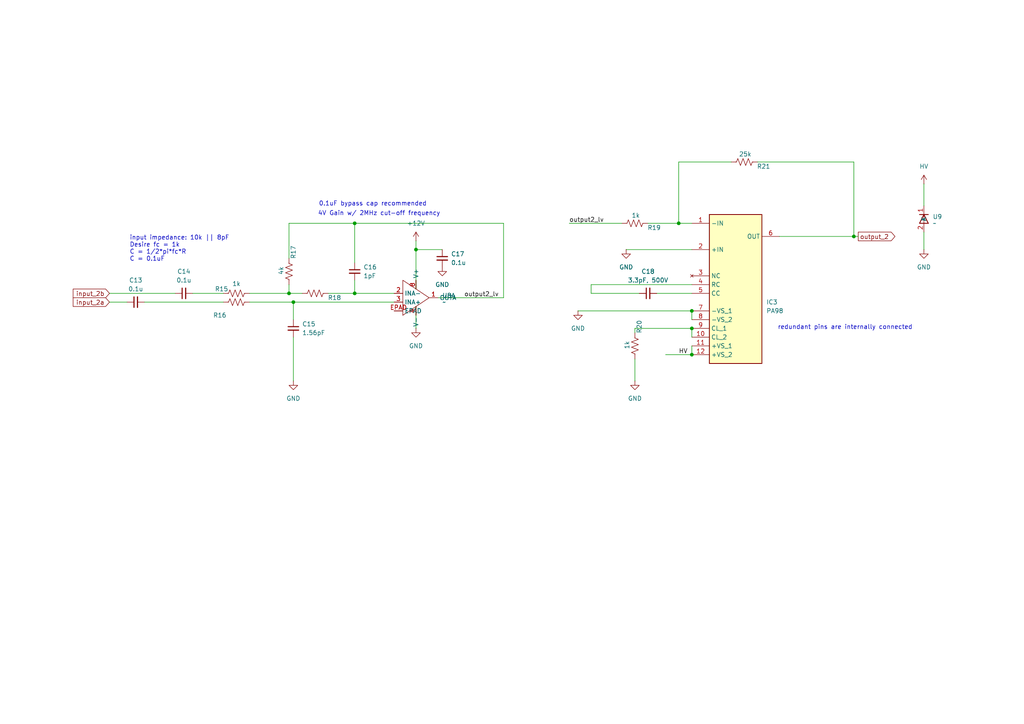
<source format=kicad_sch>
(kicad_sch (version 20231120) (generator "eeschema") (generator_version "8.0")
  (paper "A4")
  (lib_symbols
    (symbol "Device:C_Small" (pin_numbers hide) (pin_names (offset 0.254) hide)
      (property "Reference" "C" (at 0.254 1.778 0))
      (property "Value" "C_Small" (at 0.254 -2.032 0))
      (symbol "C_Small_0_1"
        (polyline (pts (xy -1.524 -0.508) (xy 1.524 -0.508)) (stroke (width 0.3302)))
        (polyline (pts (xy -1.524 0.508) (xy 1.524 0.508)) (stroke (width 0.3048)))
      )
      (symbol "C_Small_1_1"
        (pin passive line (at 0 2.54 270) (length 2.032) (name "~") (number "1"))
        (pin passive line (at 0 -2.54 90) (length 2.032) (name "~") (number "2"))
      )
    )
    (symbol "Device:R_US" (pin_numbers hide) (pin_names (offset 0))
      (property "Reference" "R" (at 2.54 0 90))
      (property "Value" "R_US" (at -2.54 0 90))
      (symbol "R_US_0_1"
        (polyline (pts (xy 0 -2.286) (xy 0 -2.54)))
        (polyline (pts (xy 0 2.286) (xy 0 2.54)))
        (polyline (pts (xy 0 -0.762) (xy 1.016 -1.143) (xy 0 -1.524) (xy -1.016 -1.905) (xy 0 -2.286)))
        (polyline (pts (xy 0 0.762) (xy 1.016 0.381) (xy 0 0) (xy -1.016 -0.381) (xy 0 -0.762)))
        (polyline (pts (xy 0 2.286) (xy 1.016 1.905) (xy 0 1.524) (xy -1.016 1.143) (xy 0 0.762)))
      )
      (symbol "R_US_1_1"
        (pin passive line (at 0 3.81 270) (length 1.27) (name "~") (number "1"))
        (pin passive line (at 0 -3.81 90) (length 1.27) (name "~") (number "2"))
      )
    )
    (symbol "_PHASE:OPA221A_2UNITS"
      (property "Reference" "U" (at -1.016 -1.524 0))
      (symbol "OPA221A_2UNITS_1_1"
        (polyline (pts (xy 0 0) (xy 0 10.16) (xy 7.62 5.08) (xy 0 0)))
        (pin input line (at 7.62 5.08 0) (length 2.54) (name "OUTA") (number "1"))
        (pin input line (at -2.54 6.35 0) (length 2.54) (name "INA-") (number "2"))
        (pin input line (at -2.54 3.81 0) (length 2.54) (name "INA+") (number "3"))
        (pin power_in line (at 3.81 2.54 270) (length 2.54) (name "V-") (number "4"))
        (pin power_in line (at 3.81 7.62 90) (length 2.54) (name "V+") (number "8"))
        (pin power_in line (at -2.54 1.27 0) (length 2.54) (name "EPAD") (number "EPAD"))
      )
      (symbol "OPA221A_2UNITS_2_1"
        (polyline (pts (xy 0 0) (xy 0 10.16) (xy 7.62 5.08) (xy 0 0)))
        (pin input line (at -2.54 3.81 0) (length 2.54) (name "INB+") (number "5"))
        (pin input line (at -2.54 6.35 0) (length 2.54) (name "INB-") (number "6"))
        (pin input line (at 7.62 5.08 0) (length 2.54) (name "OUTB") (number "7"))
      )
    )
    (symbol "_PHASE:PA98"
      (property "Reference" "IC" (at 21.59 -5.08 0))
      (property "Value" "PA98" (at 21.59 -7.62 0))
      (symbol "PA98_1_1"
        (rectangle (start 5.08 12.7) (end 20.32 -30.48) (stroke (width 0.254)) (fill (type background)))
        (pin passive line (at 0 10.16 0) (length 5.08) (name "-IN") (number "1"))
        (pin passive line (at 0 -22.86 0) (length 5.08) (name "CL_2") (number "10"))
        (pin passive line (at 0 -25.4 0) (length 5.08) (name "+VS_1") (number "11"))
        (pin passive line (at 0 -27.94 0) (length 5.08) (name "+VS_2") (number "12"))
        (pin passive line (at 0 2.54 0) (length 5.08) (name "+IN") (number "2"))
        (pin no_connect line (at 0 -5.08 0) (length 5.08) (name "NC") (number "3"))
        (pin passive line (at 0 -7.62 0) (length 5.08) (name "RC") (number "4"))
        (pin passive line (at 0 -10.16 0) (length 5.08) (name "CC") (number "5"))
        (pin passive line (at 25.4 6.35 180) (length 5.08) (name "OUT") (number "6"))
        (pin passive line (at 0 -15.24 0) (length 5.08) (name "-VS_1") (number "7"))
        (pin passive line (at 0 -17.78 0) (length 5.08) (name "-VS_2") (number "8"))
        (pin passive line (at 0 -20.32 0) (length 5.08) (name "CL_1") (number "9"))
      )
    )
    (symbol "_PHASE:SMCJ150A-13-F"
      (property "Reference" "U" (at 0 0 0))
      (symbol "SMCJ150A-13-F_0_1"
        (polyline (pts (xy 1.27 3.81) (xy 1.27 1.27)) (stroke (width 0.254)))
        (polyline (pts (xy 3.81 2.54) (xy 1.27 2.54)))
        (polyline (pts (xy 3.81 3.81) (xy 3.81 1.27) (xy 1.27 2.54) (xy 3.81 3.81)) (stroke (width 0.254)))
      )
      (symbol "SMCJ150A-13-F_1_1"
        (pin passive line (at -1.27 2.54 0) (length 2.54) (name "K") (number "1"))
        (pin passive line (at 6.35 2.54 180) (length 2.54) (name "A") (number "2"))
      )
    )
    (symbol "power:+12V" (power) (pin_numbers hide) (pin_names (offset 0) hide)
      (property "Value" "+12V" (at 0 3.556 0))
      (symbol "+12V_0_1"
        (polyline (pts (xy -0.762 1.27) (xy 0 2.54)))
        (polyline (pts (xy 0 0) (xy 0 2.54)))
        (polyline (pts (xy 0 2.54) (xy 0.762 1.27)))
      )
      (symbol "+12V_1_1"
        (pin power_in line (at 0 0 90) (length 0) (name "~") (number "1"))
      )
    )
    (symbol "power:GND" (power) (pin_numbers hide) (pin_names (offset 0) hide)
      (property "Value" "GND" (at 0 -3.81 0))
      (symbol "GND_0_1"
        (polyline (pts (xy 0 0) (xy 0 -1.27) (xy 1.27 -1.27) (xy 0 -2.54) (xy -1.27 -1.27) (xy 0 -1.27)))
      )
      (symbol "GND_1_1"
        (pin power_in line (at 0 0 270) (length 0) (name "~") (number "1"))
      )
    )
  )
  (junction (at 102.87 85.09))
  (junction (at 247.65 68.58))
  (junction (at 102.87 64.77))
  (junction (at 200.66 102.87))
  (junction (at 120.65 72.39))
  (junction (at 200.66 95.25))
  (junction (at 83.82 85.09))
  (junction (at 196.85 64.77))
  (junction (at 85.09 87.63))
  (junction (at 200.66 90.17))
  (wire (pts (xy 83.82 82.55) (xy 83.82 85.09)))
  (wire (pts (xy 200.66 95.25) (xy 184.15 95.25)))
  (wire (pts (xy 120.65 72.39) (xy 120.65 69.85)))
  (wire (pts (xy 267.97 67.31) (xy 267.97 72.39)))
  (wire (pts (xy 200.66 95.25) (xy 200.66 97.79)))
  (wire (pts (xy 85.09 87.63) (xy 85.09 92.71)))
  (wire (pts (xy 171.45 85.09) (xy 171.45 82.55)))
  (wire (pts (xy 120.65 72.39) (xy 128.27 72.39)))
  (wire (pts (xy 72.39 87.63) (xy 85.09 87.63)))
  (wire (pts (xy 226.06 68.58) (xy 247.65 68.58)))
  (wire (pts (xy 187.96 64.77) (xy 196.85 64.77)))
  (wire (pts (xy 120.65 88.9) (xy 120.65 95.25)))
  (wire (pts (xy 31.75 87.63) (xy 36.83 87.63)))
  (wire (pts (xy 196.85 64.77) (xy 200.66 64.77)))
  (wire (pts (xy 83.82 85.09) (xy 87.63 85.09)))
  (wire (pts (xy 247.65 68.58) (xy 248.92 68.58)))
  (wire (pts (xy 165.1 64.77) (xy 180.34 64.77)))
  (wire (pts (xy 85.09 87.63) (xy 114.3 87.63)))
  (wire (pts (xy 171.45 82.55) (xy 200.66 82.55)))
  (wire (pts (xy 200.66 90.17) (xy 200.66 92.71)))
  (wire (pts (xy 219.71 46.99) (xy 247.65 46.99)))
  (wire (pts (xy 102.87 64.77) (xy 102.87 76.2)))
  (wire (pts (xy 124.46 86.36) (xy 146.05 86.36)))
  (wire (pts (xy 83.82 64.77) (xy 102.87 64.77)))
  (wire (pts (xy 102.87 85.09) (xy 95.25 85.09)))
  (wire (pts (xy 181.61 72.39) (xy 200.66 72.39)))
  (wire (pts (xy 102.87 81.28) (xy 102.87 85.09)))
  (wire (pts (xy 114.3 85.09) (xy 102.87 85.09)))
  (wire (pts (xy 120.65 83.82) (xy 120.65 72.39)))
  (wire (pts (xy 184.15 104.14) (xy 184.15 110.49)))
  (wire (pts (xy 31.75 85.09) (xy 50.8 85.09)))
  (wire (pts (xy 41.91 87.63) (xy 64.77 87.63)))
  (wire (pts (xy 83.82 64.77) (xy 83.82 74.93)))
  (wire (pts (xy 193.04 102.87) (xy 200.66 102.87)))
  (wire (pts (xy 72.39 85.09) (xy 83.82 85.09)))
  (wire (pts (xy 184.15 95.25) (xy 184.15 96.52)))
  (wire (pts (xy 200.66 100.33) (xy 200.66 102.87)))
  (wire (pts (xy 185.42 85.09) (xy 171.45 85.09)))
  (wire (pts (xy 146.05 64.77) (xy 146.05 86.36)))
  (wire (pts (xy 190.5 85.09) (xy 200.66 85.09)))
  (wire (pts (xy 85.09 97.79) (xy 85.09 110.49)))
  (wire (pts (xy 247.65 68.58) (xy 247.65 46.99)))
  (wire (pts (xy 102.87 64.77) (xy 146.05 64.77)))
  (wire (pts (xy 167.64 90.17) (xy 200.66 90.17)))
  (wire (pts (xy 196.85 46.99) (xy 196.85 64.77)))
  (wire (pts (xy 267.97 53.34) (xy 267.97 59.69)))
  (wire (pts (xy 212.09 46.99) (xy 196.85 46.99)))
  (wire (pts (xy 55.88 85.09) (xy 64.77 85.09)))
  (text "4V Gain w/ 2MHz cut-off frequency" (at 92.202 61.976 0) (effects (font (size 1.27 1.27)) (justify left)))
  (text "0.1uF bypass cap recommended\n" (at 92.456 59.182 0) (effects (font (size 1.27 1.27)) (justify left)))
  (text "redundant pins are internally connected" (at 225.552 94.996 0) (effects (font (size 1.27 1.27)) (justify left)))
  (text "input impedance: 10k || 8pF\nDesire fc = 1k\nC = 1/2*pi*fc*R\nC = 0.1uF" (at 37.592 72.136 0) (effects (font (size 1.27 1.27)) (justify left)))
  (label "output2_lv" (at 134.62 86.36 0))
  (label "HV" (at 196.85 102.87 0))
  (label "output2_lv" (at 165.1 64.77 0))
  (global_label "output_2" (shape output) (at 248.92 68.58 0) (property "Intersheetrefs" "${INTERSHEET_REFS}" (effects (hide yes))))
  (global_label "input_2b" (shape input) (at 31.75 85.09 180) (property "Intersheetrefs" "${INTERSHEET_REFS}" (effects (hide yes))))
  (global_label "input_2a" (shape input) (at 31.75 87.63 180) (property "Intersheetrefs" "${INTERSHEET_REFS}" (effects (hide yes))))
  (symbol (lib_id "power:+12V") (at 267.97 53.34 0) (unit 1)
    (property "Reference" "#PWR015" (effects (hide yes)))
    (property "Value" "HV" (at 267.97 48.26 0))
    (property "Description" "Power symbol creates a global label with name \"+12V\"" (effects (hide yes)))
  )
  (symbol (lib_id "_PHASE:SMCJ150A-13-F") (at 265.43 60.96 270) (unit 1)
    (property "Reference" "U9" (at 270.51 62.8649 90) (effects (justify left)))
    (property "Value" "~" (at 270.51 64.77 90) (effects (justify left)))
    (property "Footprint" "726_footprints:SMCJ150A-13-F" (effects (hide yes)))
  )
  (symbol (lib_id "Device:R_US") (at 184.15 64.77 270) (unit 1)
    (property "Reference" "R19" (at 189.738 66.04 90))
    (property "Value" "1k" (at 184.404 62.484 90))
    (property "Footprint" "Resistor_SMD:R_0603_1608Metric" (effects (hide yes)))
    (property "Description" "Resistor, US symbol" (effects (hide yes)))
  )
  (symbol (lib_id "power:GND") (at 128.27 77.47 0) (unit 1)
    (property "Reference" "#PWR038" (effects (hide yes)))
    (property "Value" "GND" (at 128.27 82.55 0))
    (property "Description" "Power symbol creates a global label with name \"GND\" , ground" (effects (hide yes)))
  )
  (symbol (lib_id "Device:C_Small") (at 53.34 85.09 90) (unit 1)
    (property "Reference" "C14" (at 53.3463 78.74 90))
    (property "Value" "0.1u" (at 53.3463 81.28 90))
    (property "Footprint" "Capacitor_SMD:C_0603_1608Metric" (effects (hide yes)))
    (property "Description" "Unpolarized capacitor, small symbol" (effects (hide yes)))
  )
  (symbol (lib_id "Device:R_US") (at 68.58 85.09 270) (unit 1)
    (property "Reference" "R15" (at 64.262 83.82 90))
    (property "Value" "1k" (at 68.58 82.296 90))
    (property "Footprint" "Resistor_SMD:R_0603_1608Metric" (effects (hide yes)))
    (property "Description" "Resistor, US symbol" (effects (hide yes)))
  )
  (symbol (lib_id "power:GND") (at 85.09 110.49 0) (unit 1)
    (property "Reference" "#PWR028" (effects (hide yes)))
    (property "Value" "GND" (at 85.09 115.57 0))
    (property "Description" "Power symbol creates a global label with name \"GND\" , ground" (effects (hide yes)))
  )
  (symbol (lib_id "power:GND") (at 181.61 72.39 0) (unit 1)
    (property "Reference" "#PWR041" (effects (hide yes)))
    (property "Value" "GND" (at 181.61 77.47 0))
    (property "Description" "Power symbol creates a global label with name \"GND\" , ground" (effects (hide yes)))
  )
  (symbol (lib_id "Device:R_US") (at 91.44 85.09 270) (unit 1)
    (property "Reference" "R18" (at 97.028 86.36 90))
    (property "Value" "R_US" (effects (hide yes)))
    (property "Footprint" "Resistor_SMD:R_0603_1608Metric" (effects (hide yes)))
    (property "Description" "Resistor, US symbol" (effects (hide yes)))
  )
  (symbol (lib_id "Device:R_US") (at 184.15 100.33 0) (unit 1)
    (property "Reference" "R20" (at 185.42 94.742 90))
    (property "Value" "1k" (at 181.864 100.076 90))
    (property "Footprint" "Resistor_SMD:R_0603_1608Metric" (effects (hide yes)))
    (property "Description" "Resistor, US symbol" (effects (hide yes)))
  )
  (symbol (lib_id "power:+12V") (at 120.65 69.85 0) (unit 1)
    (property "Reference" "#PWR014" (effects (hide yes)))
    (property "Value" "+12V" (at 120.65 64.77 0))
    (property "Description" "Power symbol creates a global label with name \"+12V\"" (effects (hide yes)))
  )
  (symbol (lib_id "_PHASE:PA98") (at 200.66 74.93 0) (unit 1)
    (property "Reference" "IC3" (at 222.25 87.6299 0) (effects (justify left)))
    (property "Value" "PA98" (at 222.25 90.1699 0) (effects (justify left)))
    (property "Footprint" "726_footprints:PA98" (effects (hide yes)))
    (property "Datasheet" "https://www.apexanalog.com/resources/products/pa98u.pdf" (effects (hide yes)))
    (property "Description" "The PA98 is a 450V power operational amplifier with a very high 1,000V/s slew rate targeted at high voltage applications including instrumentation, piezoelectric transducers and electrostatic transducers and deflection. Output voltages can swing up to +/-215V on dual supplies, and up to +440V single supply. This MOSFET power amplifier also features a very high 30 kHz of power bandwidth and is designed for output currents up to 200mA.  The PA98A is the A grade version that provides enhanced performance in the" (effects (hide yes)))
    (property "Height" "22.73" (effects (hide yes)))
    (property "Mouser Part Number" "137-PA98" (effects (hide yes)))
    (property "Mouser Price/Stock" "https://www.mouser.co.uk/ProductDetail/Apex-Microtechnology/PA98?qs=TiOZkKH1s2TTpVjzmo9Xsg%3D%3D" (effects (hide yes)))
    (property "Manufacturer_Name" "Apex Microtechnology" (effects (hide yes)))
    (property "Manufacturer_Part_Number" "PA98" (effects (hide yes)))
  )
  (symbol (lib_id "power:GND") (at 267.97 72.39 0) (unit 1)
    (property "Reference" "#PWR042" (effects (hide yes)))
    (property "Value" "GND" (at 267.97 77.47 0))
    (property "Description" "Power symbol creates a global label with name \"GND\" , ground" (effects (hide yes)))
  )
  (symbol (lib_id "Device:C_Small") (at 85.09 95.25 0) (unit 1)
    (property "Reference" "C15" (at 87.63 93.9862 0) (effects (justify left)))
    (property "Value" "1.56pF" (at 87.63 96.5262 0) (effects (justify left)))
    (property "Footprint" "Capacitor_SMD:C_0603_1608Metric" (effects (hide yes)))
    (property "Description" "Unpolarized capacitor, small symbol" (effects (hide yes)))
  )
  (symbol (lib_id "Device:C_Small") (at 128.27 74.93 0) (unit 1)
    (property "Reference" "C17" (at 130.81 73.6662 0) (effects (justify left)))
    (property "Value" "0.1u" (at 130.81 76.2062 0) (effects (justify left)))
    (property "Footprint" "Capacitor_SMD:C_0603_1608Metric" (effects (hide yes)))
    (property "Description" "Unpolarized capacitor, small symbol" (effects (hide yes)))
  )
  (symbol (lib_id "power:GND") (at 167.64 90.17 0) (unit 1)
    (property "Reference" "#PWR040" (effects (hide yes)))
    (property "Value" "GND" (at 167.64 95.25 0))
    (property "Description" "Power symbol creates a global label with name \"GND\" , ground" (effects (hide yes)))
  )
  (symbol (lib_id "power:GND") (at 184.15 110.49 0) (unit 1)
    (property "Reference" "#PWR039" (effects (hide yes)))
    (property "Value" "GND" (at 184.15 115.57 0))
    (property "Description" "Power symbol creates a global label with name \"GND\" , ground" (effects (hide yes)))
  )
  (symbol (lib_id "Device:R_US") (at 215.9 46.99 270) (unit 1)
    (property "Reference" "R21" (at 221.488 48.26 90))
    (property "Value" "25k" (at 216.154 44.704 90))
    (property "Footprint" "Resistor_SMD:R_0603_1608Metric" (effects (hide yes)))
    (property "Description" "Resistor, US symbol" (effects (hide yes)))
  )
  (symbol (lib_id "Device:R_US") (at 68.58 87.63 270) (unit 1)
    (property "Reference" "R16" (at 63.754 91.44 90))
    (property "Value" "R_US" (effects (hide yes)))
    (property "Footprint" "Resistor_SMD:R_0603_1608Metric" (effects (hide yes)))
    (property "Description" "Resistor, US symbol" (effects (hide yes)))
  )
  (symbol (lib_id "_PHASE:OPA221A_2UNITS") (at 116.84 91.44 0) (unit 1)
    (property "Reference" "U8" (at 128.27 85.7249 0) (effects (justify left)))
    (property "Value" "~" (at 128.27 87.63 0) (effects (justify left)))
    (property "Footprint" "726_footprints:OPA2211AIDDAR_L" (effects (hide yes)))
  )
  (symbol (lib_id "Device:C_Small") (at 187.96 85.09 90) (unit 1)
    (property "Reference" "C18" (at 187.9663 78.74 90))
    (property "Value" "3.3pF, 500V" (at 187.9663 81.28 90))
    (property "Footprint" "Capacitor_SMD:C_0805_2012Metric" (effects (hide yes)))
    (property "Description" "Unpolarized capacitor, small symbol" (effects (hide yes)))
  )
  (symbol (lib_id "power:GND") (at 120.65 95.25 0) (unit 1)
    (property "Reference" "#PWR037" (effects (hide yes)))
    (property "Value" "GND" (at 120.65 100.33 0))
    (property "Description" "Power symbol creates a global label with name \"GND\" , ground" (effects (hide yes)))
  )
  (symbol (lib_id "Device:R_US") (at 83.82 78.74 0) (unit 1)
    (property "Reference" "R17" (at 85.09 73.152 90))
    (property "Value" "4k" (at 81.534 78.486 90))
    (property "Footprint" "Resistor_SMD:R_0603_1608Metric" (effects (hide yes)))
    (property "Description" "Resistor, US symbol" (effects (hide yes)))
  )
  (symbol (lib_id "Device:C_Small") (at 39.37 87.63 90) (unit 1)
    (property "Reference" "C13" (at 39.3763 81.28 90))
    (property "Value" "0.1u" (at 39.3763 83.82 90))
    (property "Footprint" "Capacitor_SMD:C_0603_1608Metric" (effects (hide yes)))
    (property "Description" "Unpolarized capacitor, small symbol" (effects (hide yes)))
  )
  (symbol (lib_id "Device:C_Small") (at 102.87 78.74 0) (unit 1)
    (property "Reference" "C16" (at 105.41 77.4762 0) (effects (justify left)))
    (property "Value" "1pF" (at 105.41 80.0162 0) (effects (justify left)))
    (property "Footprint" "Capacitor_SMD:C_0603_1608Metric" (effects (hide yes)))
    (property "Description" "Unpolarized capacitor, small symbol" (effects (hide yes)))
  )
)
</source>
